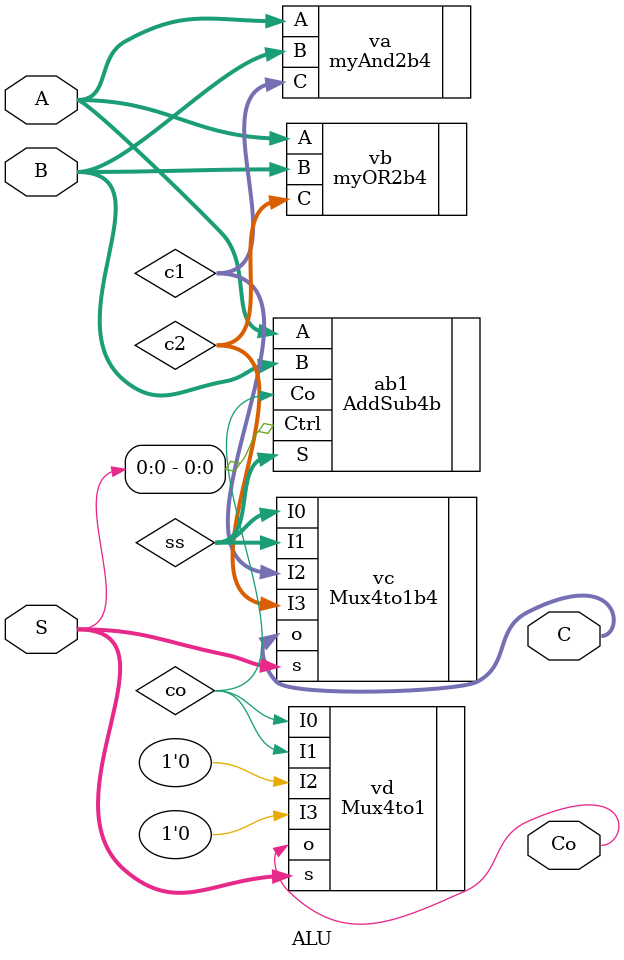
<source format=v>
`timescale 1ns / 1ps
module ALU(
	input [1:0] S,
	input [3:0] A,
	input [3:0] B,
	output [3:0] C,
	output Co
    );
	wire [3:0] ss;
	wire co;
	wire [3:0] c1,c2;
	AddSub4b ab1(.Ctrl(S[0]),.B(B[3:0]),.A(A[3:0]),.S(ss[3:0]),.Co(co));
	myAnd2b4 va(.A(A[3:0]),.B(B[3:0]),.C(c1[3:0]));
	myOR2b4 vb(.A(A[3:0]),.B(B[3:0]),.C(c2[3:0]));
   Mux4to1b4 vc(.s(S[1:0]),.I0(ss[3:0]),.I1(ss[3:0]),.I2(c1[3:0]),.I3(c2[3:0]),.o(C[3:0]));
	Mux4to1 vd(.s(S[1:0]),.I0(co),.I1(co),.I2(1'b0),.I3(1'b0),.o(Co));
endmodule

</source>
